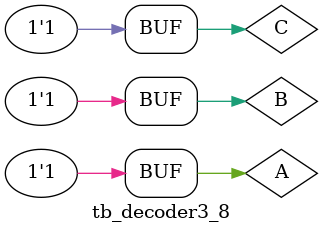
<source format=v>
`timescale 1ns/1ns

module tb_decoder3_8();


reg A;
reg B;
reg C;

wire [7:0] out;

initial begin
    A = 0; B = 0; C = 0;
    #200
    A = 0; B = 0; C = 1;
    #200
    A = 0; B = 1; C = 0;
    #200
    A = 0; B = 1; C = 1;
    #200
    A = 1; B = 0; C = 0;
    #200
    A = 1; B = 0; C = 1;
    #200
    A = 1; B = 1; C = 0;
    #200
    A = 1; B = 1; C = 1;
end

decoder3_8 decoder3_8_inst(
    .A(A),
    .B(B),
    .C(C),

    .out(out)
);

endmodule
</source>
